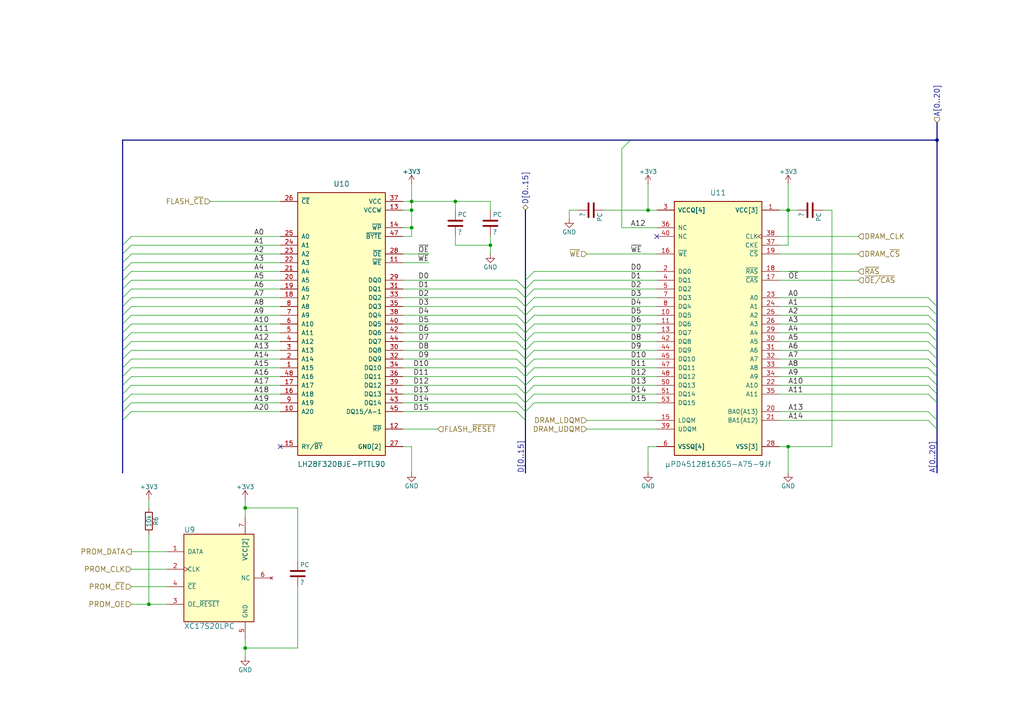
<source format=kicad_sch>
(kicad_sch (version 20231120) (generator "eeschema") (generator_version "8.0")
  (paper "A4")
  (title_block (title "Wide-Boy64 AGB") (date "2024-06-20") (rev "2") (company "CC-BY-SA-4.0 Michael Singer") (comment 1 "https://github.com/msinger/wideboy/") (comment 2 "http://iceboy.a-singer.de/"))
  (lib_symbols
    (symbol "Device:C" (pin_numbers hide) (pin_names (offset 0.254))
      (property "Reference" "C" (at 0.635 2.54 0))
      (property "Value" "C" (at 0.635 -2.54 0))
      (symbol "C_0_1"
        (polyline (pts (xy -2.032 -0.762) (xy 2.032 -0.762)) (stroke (width 0.508)))
        (polyline (pts (xy -2.032 0.762) (xy 2.032 0.762)) (stroke (width 0.508)))
      )
      (symbol "C_1_1"
        (pin passive line (at 0 3.81 270) (length 2.794) (name "~") (number "1"))
        (pin passive line (at 0 -3.81 90) (length 2.794) (name "~") (number "2"))
      )
    )
    (symbol "Device:R" (pin_numbers hide) (pin_names (offset 0))
      (property "Reference" "R" (at 2.032 0 90))
      (property "Value" "R" (at 0 0 90))
      (symbol "R_0_1"
        (rectangle (start -1.016 -2.54) (end 1.016 2.54) (stroke (width 0.254)))
      )
      (symbol "R_1_1"
        (pin passive line (at 0 3.81 270) (length 1.27) (name "~") (number "1"))
        (pin passive line (at 0 -3.81 90) (length 1.27) (name "~") (number "2"))
      )
    )
    (symbol "Memory_Flash_LH28F320BJE-PTTL90:LH28F320BJE-PTTL90_TSOP" (pin_names (offset 1.016))
      (property "Reference" "U" (at 0 40.64 0))
      (property "Value" "LH28F320BJE-PTTL90_TSOP" (at 0 -40.64 0))
      (symbol "LH28F320BJE-PTTL90_TSOP_1_1"
        (rectangle (start -12.7 38.1) (end 12.7 -38.1) (stroke (width 0.254)) (fill (type background)))
        (pin input line (at -17.78 -12.7 0) (length 5.08) (name "A15") (number "1"))
        (pin input line (at -17.78 -25.4 0) (length 5.08) (name "A20") (number "10"))
        (pin input line (at 17.78 17.78 180) (length 5.08) (name "~{WE}") (number "11"))
        (pin input line (at 17.78 -30.48 180) (length 5.08) (name "~{RP}") (number "12"))
        (pin power_in line (at 17.78 33.02 180) (length 5.08) (name "VCCW") (number "13"))
        (pin input line (at 17.78 27.94 180) (length 5.08) (name "~{WP}") (number "14"))
        (pin open_collector line (at -17.78 -35.56 0) (length 5.08) (name "RY/~{BY}") (number "15"))
        (pin input line (at -17.78 -20.32 0) (length 5.08) (name "A18") (number "16"))
        (pin input line (at -17.78 -17.78 0) (length 5.08) (name "A17") (number "17"))
        (pin input line (at -17.78 7.62 0) (length 5.08) (name "A7") (number "18"))
        (pin input line (at -17.78 10.16 0) (length 5.08) (name "A6") (number "19"))
        (pin input line (at -17.78 -10.16 0) (length 5.08) (name "A14") (number "2"))
        (pin input line (at -17.78 12.7 0) (length 5.08) (name "A5") (number "20"))
        (pin input line (at -17.78 15.24 0) (length 5.08) (name "A4") (number "21"))
        (pin input line (at -17.78 17.78 0) (length 5.08) (name "A3") (number "22"))
        (pin input line (at -17.78 20.32 0) (length 5.08) (name "A2") (number "23"))
        (pin input line (at -17.78 22.86 0) (length 5.08) (name "A1") (number "24"))
        (pin input line (at -17.78 25.4 0) (length 5.08) (name "A0") (number "25"))
        (pin input line (at -17.78 35.56 0) (length 5.08) (name "~{CE}") (number "26"))
        (pin power_in line (at 17.78 -35.56 180) (length 5.08) (name "GND[2]") (number "27"))
        (pin input line (at 17.78 20.32 180) (length 5.08) (name "~{OE}") (number "28"))
        (pin bidirectional line (at 17.78 12.7 180) (length 5.08) (name "DQ0") (number "29"))
        (pin input line (at -17.78 -7.62 0) (length 5.08) (name "A13") (number "3"))
        (pin bidirectional line (at 17.78 -7.62 180) (length 5.08) (name "DQ8") (number "30"))
        (pin bidirectional line (at 17.78 10.16 180) (length 5.08) (name "DQ1") (number "31"))
        (pin bidirectional line (at 17.78 -10.16 180) (length 5.08) (name "DQ9") (number "32"))
        (pin bidirectional line (at 17.78 7.62 180) (length 5.08) (name "DQ2") (number "33"))
        (pin bidirectional line (at 17.78 -12.7 180) (length 5.08) (name "DQ10") (number "34"))
        (pin bidirectional line (at 17.78 5.08 180) (length 5.08) (name "DQ3") (number "35"))
        (pin bidirectional line (at 17.78 -15.24 180) (length 5.08) (name "DQ11") (number "36"))
        (pin power_in line (at 17.78 35.56 180) (length 5.08) (name "VCC") (number "37"))
        (pin bidirectional line (at 17.78 2.54 180) (length 5.08) (name "DQ4") (number "38"))
        (pin bidirectional line (at 17.78 -17.78 180) (length 5.08) (name "DQ12") (number "39"))
        (pin input line (at -17.78 -5.08 0) (length 5.08) (name "A12") (number "4"))
        (pin bidirectional line (at 17.78 0 180) (length 5.08) (name "DQ5") (number "40"))
        (pin bidirectional line (at 17.78 -20.32 180) (length 5.08) (name "DQ13") (number "41"))
        (pin bidirectional line (at 17.78 -2.54 180) (length 5.08) (name "DQ6") (number "42"))
        (pin bidirectional line (at 17.78 -22.86 180) (length 5.08) (name "DQ14") (number "43"))
        (pin bidirectional line (at 17.78 -5.08 180) (length 5.08) (name "DQ7") (number "44"))
        (pin bidirectional line (at 17.78 -25.4 180) (length 5.08) (name "DQ15/A-1") (number "45"))
        (pin power_in line (at 17.78 -35.56 180) (length 5.08) (name "GND[2]") (number "46"))
        (pin input line (at 17.78 25.4 180) (length 5.08) (name "~{BYTE}") (number "47"))
        (pin input line (at -17.78 -15.24 0) (length 5.08) (name "A16") (number "48"))
        (pin input line (at -17.78 -2.54 0) (length 5.08) (name "A11") (number "5"))
        (pin input line (at -17.78 0 0) (length 5.08) (name "A10") (number "6"))
        (pin input line (at -17.78 2.54 0) (length 5.08) (name "A9") (number "7"))
        (pin input line (at -17.78 5.08 0) (length 5.08) (name "A8") (number "8"))
        (pin input line (at -17.78 -22.86 0) (length 5.08) (name "A19") (number "9"))
      )
    )
    (symbol "Memory_RAM_µPD45128163:µPD45128163_TSOP-II" (pin_names (offset 1.016))
      (property "Reference" "U" (at 0 38.1 0))
      (property "Value" "µPD45128163_TSOP-II" (at 0 -40.64 0))
      (symbol "µPD45128163_TSOP-II_1_1"
        (rectangle (start -12.7 35.56) (end 12.7 -38.1) (stroke (width 0.254)) (fill (type background)))
        (pin power_in line (at -17.78 33.02 0) (length 5.08) (name "VCC[3]") (number "1"))
        (pin bidirectional line (at 17.78 2.54 180) (length 5.08) (name "DQ5") (number "10"))
        (pin bidirectional line (at 17.78 0 180) (length 5.08) (name "DQ6") (number "11"))
        (pin power_in line (at 17.78 -35.56 180) (length 5.08) (name "VSSQ[4]") (number "12"))
        (pin bidirectional line (at 17.78 -2.54 180) (length 5.08) (name "DQ7") (number "13"))
        (pin power_in line (at -17.78 33.02 0) (length 5.08) (name "VCC[3]") (number "14"))
        (pin input line (at 17.78 -27.94 180) (length 5.08) (name "LDQM") (number "15"))
        (pin input line (at 17.78 20.32 180) (length 5.08) (name "~{WE}") (number "16"))
        (pin input line (at -17.78 12.7 0) (length 5.08) (name "~{CAS}") (number "17"))
        (pin input line (at -17.78 15.24 0) (length 5.08) (name "~{RAS}") (number "18"))
        (pin input line (at -17.78 20.32 0) (length 5.08) (name "~{CS}") (number "19"))
        (pin bidirectional line (at 17.78 15.24 180) (length 5.08) (name "DQ0") (number "2"))
        (pin input line (at -17.78 -25.4 0) (length 5.08) (name "BA0(A13)") (number "20"))
        (pin input line (at -17.78 -27.94 0) (length 5.08) (name "BA1(A12)") (number "21"))
        (pin input line (at -17.78 -17.78 0) (length 5.08) (name "A10") (number "22"))
        (pin input line (at -17.78 7.62 0) (length 5.08) (name "A0") (number "23"))
        (pin input line (at -17.78 5.08 0) (length 5.08) (name "A1") (number "24"))
        (pin input line (at -17.78 2.54 0) (length 5.08) (name "A2") (number "25"))
        (pin input line (at -17.78 0 0) (length 5.08) (name "A3") (number "26"))
        (pin power_in line (at -17.78 33.02 0) (length 5.08) (name "VCC[3]") (number "27"))
        (pin power_in line (at -17.78 -35.56 0) (length 5.08) (name "VSS[3]") (number "28"))
        (pin input line (at -17.78 -2.54 0) (length 5.08) (name "A4") (number "29"))
        (pin power_in line (at 17.78 33.02 180) (length 5.08) (name "VCCQ[4]") (number "3"))
        (pin input line (at -17.78 -5.08 0) (length 5.08) (name "A5") (number "30"))
        (pin input line (at -17.78 -7.62 0) (length 5.08) (name "A6") (number "31"))
        (pin input line (at -17.78 -10.16 0) (length 5.08) (name "A7") (number "32"))
        (pin input line (at -17.78 -12.7 0) (length 5.08) (name "A8") (number "33"))
        (pin input line (at -17.78 -15.24 0) (length 5.08) (name "A9") (number "34"))
        (pin input line (at -17.78 -20.32 0) (length 5.08) (name "A11") (number "35"))
        (pin passive line (at 17.78 27.94 180) (length 5.08) (name "NC") (number "36"))
        (pin input line (at -17.78 22.86 0) (length 5.08) (name "CKE") (number "37"))
        (pin input clock (at -17.78 25.4 0) (length 5.08) (name "CLK") (number "38"))
        (pin input line (at 17.78 -30.48 180) (length 5.08) (name "UDQM") (number "39"))
        (pin bidirectional line (at 17.78 12.7 180) (length 5.08) (name "DQ1") (number "4"))
        (pin passive line (at 17.78 25.4 180) (length 5.08) (name "NC") (number "40"))
        (pin power_in line (at -17.78 -35.56 0) (length 5.08) (name "VSS[3]") (number "41"))
        (pin bidirectional line (at 17.78 -5.08 180) (length 5.08) (name "DQ8") (number "42"))
        (pin power_in line (at 17.78 33.02 180) (length 5.08) (name "VCCQ[4]") (number "43"))
        (pin bidirectional line (at 17.78 -7.62 180) (length 5.08) (name "DQ9") (number "44"))
        (pin bidirectional line (at 17.78 -10.16 180) (length 5.08) (name "DQ10") (number "45"))
        (pin power_in line (at 17.78 -35.56 180) (length 5.08) (name "VSSQ[4]") (number "46"))
        (pin bidirectional line (at 17.78 -12.7 180) (length 5.08) (name "DQ11") (number "47"))
        (pin bidirectional line (at 17.78 -15.24 180) (length 5.08) (name "DQ12") (number "48"))
        (pin power_in line (at 17.78 33.02 180) (length 5.08) (name "VCCQ[4]") (number "49"))
        (pin bidirectional line (at 17.78 10.16 180) (length 5.08) (name "DQ2") (number "5"))
        (pin bidirectional line (at 17.78 -17.78 180) (length 5.08) (name "DQ13") (number "50"))
        (pin bidirectional line (at 17.78 -20.32 180) (length 5.08) (name "DQ14") (number "51"))
        (pin power_in line (at 17.78 -35.56 180) (length 5.08) (name "VSSQ[4]") (number "52"))
        (pin bidirectional line (at 17.78 -22.86 180) (length 5.08) (name "DQ15") (number "53"))
        (pin power_in line (at -17.78 -35.56 0) (length 5.08) (name "VSS[3]") (number "54"))
        (pin power_in line (at 17.78 -35.56 180) (length 5.08) (name "VSSQ[4]") (number "6"))
        (pin bidirectional line (at 17.78 7.62 180) (length 5.08) (name "DQ3") (number "7"))
        (pin bidirectional line (at 17.78 5.08 180) (length 5.08) (name "DQ4") (number "8"))
        (pin power_in line (at 17.78 33.02 180) (length 5.08) (name "VCCQ[4]") (number "9"))
      )
    )
    (symbol "Memory_ROM_XC17S00:XC17S00_DIP" (pin_names (offset 1.016))
      (property "Reference" "U" (at -10.16 13.97 0))
      (property "Value" "XC17S00_DIP" (at -10.16 -13.97 0))
      (symbol "XC17S00_DIP_1_1"
        (rectangle (start -10.16 12.7) (end 10.16 -12.7) (stroke (width 0.254)) (fill (type background)))
        (pin bidirectional line (at -15.24 7.62 0) (length 5.08) (name "DATA") (number "1"))
        (pin input clock (at -15.24 2.54 0) (length 5.08) (name "CLK") (number "2"))
        (pin input line (at -15.24 -7.62 0) (length 5.08) (name "OE_~{RESET}") (number "3"))
        (pin input line (at -15.24 -2.54 0) (length 5.08) (name "~{CE}") (number "4"))
        (pin power_in line (at 7.62 -17.78 90) (length 5.08) (name "GND") (number "5"))
        (pin no_connect line (at 15.24 0 180) (length 5.08) (name "NC") (number "6"))
        (pin power_in line (at 7.62 17.78 270) (length 5.08) (name "VCC[2]") (number "7"))
        (pin power_in line (at 7.62 17.78 270) (length 5.08) (name "VCC[2]") (number "8"))
      )
    )
    (symbol "power:+3V3" (power) (pin_numbers hide) (pin_names (offset 0) hide)
      (property "Value" "+3V3" (at 0 3.556 0))
      (symbol "+3V3_0_1"
        (polyline (pts (xy -0.762 1.27) (xy 0 2.54)))
        (polyline (pts (xy 0 0) (xy 0 2.54)))
        (polyline (pts (xy 0 2.54) (xy 0.762 1.27)))
      )
      (symbol "+3V3_1_1"
        (pin power_in line (at 0 0 90) (length 0) (name "~") (number "1"))
      )
    )
    (symbol "power:GND" (power) (pin_numbers hide) (pin_names (offset 0) hide)
      (property "Value" "GND" (at 0 -3.81 0))
      (symbol "GND_0_1"
        (polyline (pts (xy 0 0) (xy 0 -1.27) (xy 1.27 -1.27) (xy 0 -2.54) (xy -1.27 -1.27) (xy 0 -1.27)))
      )
      (symbol "GND_1_1"
        (pin power_in line (at 0 0 270) (length 0) (name "~") (number "1"))
      )
    )
  )
  (junction (at 271.78 40.64))
  (junction (at 43.18 175.26))
  (junction (at 119.38 60.96))
  (junction (at 187.96 60.96))
  (junction (at 228.6 129.54))
  (junction (at 132.08 58.42))
  (junction (at 119.38 58.42))
  (junction (at 71.12 147.32))
  (junction (at 119.38 66.04))
  (junction (at 228.6 60.96))
  (junction (at 142.24 71.12))
  (junction (at 71.12 187.96))
  (no_connect (at 81.28 129.54))
  (no_connect (at 190.5 68.58))
  (bus_entry (at 149.86 109.22) (size 2.54 2.54))
  (bus_entry (at 35.56 88.9) (size 2.54 -2.54))
  (bus_entry (at 35.56 111.76) (size 2.54 -2.54))
  (bus_entry (at 149.86 88.9) (size 2.54 2.54))
  (bus_entry (at 149.86 81.28) (size 2.54 2.54))
  (bus_entry (at 149.86 99.06) (size 2.54 2.54))
  (bus_entry (at 269.24 96.52) (size 2.54 2.54))
  (bus_entry (at 269.24 88.9) (size 2.54 2.54))
  (bus_entry (at 149.86 119.38) (size 2.54 2.54))
  (bus_entry (at 269.24 119.38) (size 2.54 2.54))
  (bus_entry (at 152.4 86.36) (size 2.54 -2.54))
  (bus_entry (at 35.56 83.82) (size 2.54 -2.54))
  (bus_entry (at 35.56 78.74) (size 2.54 -2.54))
  (bus_entry (at 149.86 101.6) (size 2.54 2.54))
  (bus_entry (at 269.24 99.06) (size 2.54 2.54))
  (bus_entry (at 152.4 96.52) (size 2.54 -2.54))
  (bus_entry (at 35.56 93.98) (size 2.54 -2.54))
  (bus_entry (at 149.86 116.84) (size 2.54 2.54))
  (bus_entry (at 269.24 101.6) (size 2.54 2.54))
  (bus_entry (at 35.56 99.06) (size 2.54 -2.54))
  (bus_entry (at 35.56 76.2) (size 2.54 -2.54))
  (bus_entry (at 35.56 106.68) (size 2.54 -2.54))
  (bus_entry (at 152.4 88.9) (size 2.54 -2.54))
  (bus_entry (at 152.4 116.84) (size 2.54 -2.54))
  (bus_entry (at 152.4 93.98) (size 2.54 -2.54))
  (bus_entry (at 35.56 104.14) (size 2.54 -2.54))
  (bus_entry (at 35.56 121.92) (size 2.54 -2.54))
  (bus_entry (at 180.34 43.18) (size 2.54 -2.54))
  (bus_entry (at 149.86 86.36) (size 2.54 2.54))
  (bus_entry (at 269.24 104.14) (size 2.54 2.54))
  (bus_entry (at 152.4 101.6) (size 2.54 -2.54))
  (bus_entry (at 35.56 86.36) (size 2.54 -2.54))
  (bus_entry (at 152.4 81.28) (size 2.54 -2.54))
  (bus_entry (at 152.4 104.14) (size 2.54 -2.54))
  (bus_entry (at 35.56 81.28) (size 2.54 -2.54))
  (bus_entry (at 149.86 104.14) (size 2.54 2.54))
  (bus_entry (at 269.24 93.98) (size 2.54 2.54))
  (bus_entry (at 269.24 111.76) (size 2.54 2.54))
  (bus_entry (at 269.24 106.68) (size 2.54 2.54))
  (bus_entry (at 35.56 96.52) (size 2.54 -2.54))
  (bus_entry (at 152.4 114.3) (size 2.54 -2.54))
  (bus_entry (at 35.56 109.22) (size 2.54 -2.54))
  (bus_entry (at 152.4 91.44) (size 2.54 -2.54))
  (bus_entry (at 269.24 121.92) (size 2.54 2.54))
  (bus_entry (at 35.56 101.6) (size 2.54 -2.54))
  (bus_entry (at 152.4 106.68) (size 2.54 -2.54))
  (bus_entry (at 149.86 96.52) (size 2.54 2.54))
  (bus_entry (at 149.86 106.68) (size 2.54 2.54))
  (bus_entry (at 149.86 111.76) (size 2.54 2.54))
  (bus_entry (at 269.24 114.3) (size 2.54 2.54))
  (bus_entry (at 269.24 86.36) (size 2.54 2.54))
  (bus_entry (at 35.56 73.66) (size 2.54 -2.54))
  (bus_entry (at 149.86 83.82) (size 2.54 2.54))
  (bus_entry (at 35.56 119.38) (size 2.54 -2.54))
  (bus_entry (at 152.4 83.82) (size 2.54 -2.54))
  (bus_entry (at 35.56 114.3) (size 2.54 -2.54))
  (bus_entry (at 152.4 119.38) (size 2.54 -2.54))
  (bus_entry (at 35.56 116.84) (size 2.54 -2.54))
  (bus_entry (at 269.24 91.44) (size 2.54 2.54))
  (bus_entry (at 152.4 111.76) (size 2.54 -2.54))
  (bus_entry (at 149.86 114.3) (size 2.54 2.54))
  (bus_entry (at 35.56 71.12) (size 2.54 -2.54))
  (bus_entry (at 35.56 91.44) (size 2.54 -2.54))
  (bus_entry (at 269.24 109.22) (size 2.54 2.54))
  (bus_entry (at 149.86 91.44) (size 2.54 2.54))
  (bus_entry (at 149.86 93.98) (size 2.54 2.54))
  (bus_entry (at 152.4 109.22) (size 2.54 -2.54))
  (bus_entry (at 152.4 99.06) (size 2.54 -2.54))
  (bus (pts (xy 35.56 73.66) (xy 35.56 76.2)))
  (wire (pts (xy 43.18 147.32) (xy 43.18 144.78)))
  (bus (pts (xy 35.56 88.9) (xy 35.56 91.44)))
  (wire (pts (xy 149.86 81.28) (xy 116.84 81.28)))
  (wire (pts (xy 38.1 96.52) (xy 81.28 96.52)))
  (wire (pts (xy 269.24 104.14) (xy 226.06 104.14)))
  (wire (pts (xy 38.1 88.9) (xy 81.28 88.9)))
  (bus (pts (xy 35.56 104.14) (xy 35.56 106.68)))
  (wire (pts (xy 38.1 81.28) (xy 81.28 81.28)))
  (bus (pts (xy 35.56 116.84) (xy 35.56 119.38)))
  (wire (pts (xy 116.84 60.96) (xy 119.38 60.96)))
  (wire (pts (xy 187.96 129.54) (xy 190.5 129.54)))
  (wire (pts (xy 119.38 68.58) (xy 119.38 66.04)))
  (bus (pts (xy 35.56 78.74) (xy 35.56 81.28)))
  (wire (pts (xy 119.38 58.42) (xy 119.38 53.34)))
  (wire (pts (xy 38.1 160.02) (xy 48.26 160.02)))
  (wire (pts (xy 149.86 109.22) (xy 116.84 109.22)))
  (wire (pts (xy 149.86 88.9) (xy 116.84 88.9)))
  (wire (pts (xy 38.1 101.6) (xy 81.28 101.6)))
  (wire (pts (xy 124.46 73.66) (xy 116.84 73.66)))
  (wire (pts (xy 149.86 86.36) (xy 116.84 86.36)))
  (wire (pts (xy 132.08 71.12) (xy 132.08 68.58)))
  (bus (pts (xy 152.4 83.82) (xy 152.4 86.36)))
  (wire (pts (xy 226.06 129.54) (xy 228.6 129.54)))
  (wire (pts (xy 248.92 68.58) (xy 226.06 68.58)))
  (bus (pts (xy 152.4 121.92) (xy 152.4 137.16)))
  (wire (pts (xy 132.08 58.42) (xy 142.24 58.42)))
  (wire (pts (xy 116.84 68.58) (xy 119.38 68.58)))
  (wire (pts (xy 38.1 73.66) (xy 81.28 73.66)))
  (bus (pts (xy 35.56 86.36) (xy 35.56 88.9)))
  (wire (pts (xy 226.06 119.38) (xy 269.24 119.38)))
  (wire (pts (xy 269.24 93.98) (xy 226.06 93.98)))
  (bus (pts (xy 35.56 111.76) (xy 35.56 114.3)))
  (wire (pts (xy 149.86 93.98) (xy 116.84 93.98)))
  (wire (pts (xy 154.94 78.74) (xy 190.5 78.74)))
  (wire (pts (xy 38.1 93.98) (xy 81.28 93.98)))
  (wire (pts (xy 38.1 170.18) (xy 48.26 170.18)))
  (wire (pts (xy 226.06 101.6) (xy 269.24 101.6)))
  (wire (pts (xy 241.3 60.96) (xy 241.3 129.54)))
  (wire (pts (xy 269.24 109.22) (xy 226.06 109.22)))
  (wire (pts (xy 226.06 81.28) (xy 248.92 81.28)))
  (wire (pts (xy 38.1 71.12) (xy 81.28 71.12)))
  (bus (pts (xy 152.4 104.14) (xy 152.4 106.68)))
  (bus (pts (xy 35.56 121.92) (xy 35.56 137.16)))
  (wire (pts (xy 149.86 119.38) (xy 116.84 119.38)))
  (wire (pts (xy 226.06 96.52) (xy 269.24 96.52)))
  (bus (pts (xy 35.56 99.06) (xy 35.56 101.6)))
  (bus (pts (xy 152.4 111.76) (xy 152.4 114.3)))
  (wire (pts (xy 228.6 53.34) (xy 228.6 60.96)))
  (bus (pts (xy 271.78 99.06) (xy 271.78 101.6)))
  (bus (pts (xy 152.4 60.96) (xy 152.4 81.28)))
  (wire (pts (xy 60.96 58.42) (xy 81.28 58.42)))
  (wire (pts (xy 142.24 71.12) (xy 132.08 71.12)))
  (wire (pts (xy 116.84 124.46) (xy 127 124.46)))
  (wire (pts (xy 180.34 43.18) (xy 180.34 66.04)))
  (wire (pts (xy 228.6 60.96) (xy 231.14 60.96)))
  (bus (pts (xy 271.78 121.92) (xy 271.78 124.46)))
  (wire (pts (xy 154.94 91.44) (xy 190.5 91.44)))
  (wire (pts (xy 38.1 106.68) (xy 81.28 106.68)))
  (wire (pts (xy 86.36 187.96) (xy 71.12 187.96)))
  (bus (pts (xy 152.4 119.38) (xy 152.4 121.92)))
  (wire (pts (xy 238.76 60.96) (xy 241.3 60.96)))
  (bus (pts (xy 271.78 106.68) (xy 271.78 109.22)))
  (bus (pts (xy 152.4 99.06) (xy 152.4 101.6)))
  (wire (pts (xy 149.86 106.68) (xy 116.84 106.68)))
  (wire (pts (xy 38.1 114.3) (xy 81.28 114.3)))
  (wire (pts (xy 149.86 99.06) (xy 116.84 99.06)))
  (bus (pts (xy 271.78 96.52) (xy 271.78 99.06)))
  (wire (pts (xy 149.86 114.3) (xy 116.84 114.3)))
  (bus (pts (xy 271.78 93.98) (xy 271.78 96.52)))
  (wire (pts (xy 149.86 104.14) (xy 116.84 104.14)))
  (bus (pts (xy 35.56 96.52) (xy 35.56 99.06)))
  (wire (pts (xy 165.1 63.5) (xy 165.1 60.96)))
  (wire (pts (xy 154.94 104.14) (xy 190.5 104.14)))
  (wire (pts (xy 149.86 91.44) (xy 116.84 91.44)))
  (wire (pts (xy 269.24 121.92) (xy 226.06 121.92)))
  (bus (pts (xy 152.4 91.44) (xy 152.4 93.98)))
  (bus (pts (xy 152.4 96.52) (xy 152.4 99.06)))
  (bus (pts (xy 271.78 109.22) (xy 271.78 111.76)))
  (bus (pts (xy 152.4 88.9) (xy 152.4 91.44)))
  (wire (pts (xy 226.06 60.96) (xy 228.6 60.96)))
  (wire (pts (xy 71.12 147.32) (xy 71.12 144.78)))
  (wire (pts (xy 154.94 88.9) (xy 190.5 88.9)))
  (bus (pts (xy 152.4 93.98) (xy 152.4 96.52)))
  (wire (pts (xy 38.1 104.14) (xy 81.28 104.14)))
  (wire (pts (xy 86.36 147.32) (xy 71.12 147.32)))
  (bus (pts (xy 35.56 106.68) (xy 35.56 109.22)))
  (wire (pts (xy 154.94 99.06) (xy 190.5 99.06)))
  (wire (pts (xy 43.18 175.26) (xy 38.1 175.26)))
  (bus (pts (xy 152.4 116.84) (xy 152.4 119.38)))
  (bus (pts (xy 271.78 88.9) (xy 271.78 91.44)))
  (wire (pts (xy 38.1 86.36) (xy 81.28 86.36)))
  (wire (pts (xy 38.1 119.38) (xy 81.28 119.38)))
  (bus (pts (xy 35.56 71.12) (xy 35.56 73.66)))
  (bus (pts (xy 35.56 101.6) (xy 35.56 104.14)))
  (wire (pts (xy 190.5 124.46) (xy 170.18 124.46)))
  (bus (pts (xy 35.56 81.28) (xy 35.56 83.82)))
  (wire (pts (xy 38.1 99.06) (xy 81.28 99.06)))
  (wire (pts (xy 187.96 60.96) (xy 190.5 60.96)))
  (wire (pts (xy 71.12 187.96) (xy 71.12 190.5)))
  (bus (pts (xy 35.56 109.22) (xy 35.56 111.76)))
  (bus (pts (xy 152.4 81.28) (xy 152.4 83.82)))
  (wire (pts (xy 116.84 58.42) (xy 119.38 58.42)))
  (wire (pts (xy 71.12 185.42) (xy 71.12 187.96)))
  (bus (pts (xy 271.78 111.76) (xy 271.78 114.3)))
  (wire (pts (xy 187.96 137.16) (xy 187.96 129.54)))
  (wire (pts (xy 38.1 78.74) (xy 81.28 78.74)))
  (bus (pts (xy 35.56 91.44) (xy 35.56 93.98)))
  (wire (pts (xy 149.86 101.6) (xy 116.84 101.6)))
  (wire (pts (xy 269.24 99.06) (xy 226.06 99.06)))
  (bus (pts (xy 152.4 101.6) (xy 152.4 104.14)))
  (bus (pts (xy 35.56 83.82) (xy 35.56 86.36)))
  (bus (pts (xy 271.78 35.56) (xy 271.78 40.64)))
  (bus (pts (xy 35.56 114.3) (xy 35.56 116.84)))
  (wire (pts (xy 269.24 114.3) (xy 226.06 114.3)))
  (wire (pts (xy 132.08 60.96) (xy 132.08 58.42)))
  (wire (pts (xy 142.24 71.12) (xy 142.24 68.58)))
  (wire (pts (xy 142.24 58.42) (xy 142.24 60.96)))
  (bus (pts (xy 271.78 104.14) (xy 271.78 106.68)))
  (bus (pts (xy 182.88 40.64) (xy 271.78 40.64)))
  (wire (pts (xy 71.12 149.86) (xy 71.12 147.32)))
  (wire (pts (xy 149.86 83.82) (xy 116.84 83.82)))
  (wire (pts (xy 154.94 83.82) (xy 190.5 83.82)))
  (wire (pts (xy 165.1 60.96) (xy 167.64 60.96)))
  (wire (pts (xy 38.1 76.2) (xy 81.28 76.2)))
  (wire (pts (xy 154.94 116.84) (xy 190.5 116.84)))
  (wire (pts (xy 38.1 83.82) (xy 81.28 83.82)))
  (wire (pts (xy 119.38 60.96) (xy 119.38 58.42)))
  (bus (pts (xy 152.4 86.36) (xy 152.4 88.9)))
  (wire (pts (xy 43.18 175.26) (xy 43.18 154.94)))
  (wire (pts (xy 226.06 86.36) (xy 269.24 86.36)))
  (wire (pts (xy 226.06 106.68) (xy 269.24 106.68)))
  (wire (pts (xy 86.36 170.18) (xy 86.36 187.96)))
  (wire (pts (xy 154.94 101.6) (xy 190.5 101.6)))
  (wire (pts (xy 228.6 71.12) (xy 226.06 71.12)))
  (wire (pts (xy 228.6 129.54) (xy 241.3 129.54)))
  (wire (pts (xy 38.1 68.58) (xy 81.28 68.58)))
  (wire (pts (xy 154.94 111.76) (xy 190.5 111.76)))
  (wire (pts (xy 226.06 111.76) (xy 269.24 111.76)))
  (wire (pts (xy 248.92 78.74) (xy 226.06 78.74)))
  (bus (pts (xy 271.78 116.84) (xy 271.78 121.92)))
  (wire (pts (xy 48.26 165.1) (xy 38.1 165.1)))
  (bus (pts (xy 35.56 40.64) (xy 35.56 71.12)))
  (wire (pts (xy 48.26 175.26) (xy 43.18 175.26)))
  (wire (pts (xy 154.94 109.22) (xy 190.5 109.22)))
  (wire (pts (xy 269.24 88.9) (xy 226.06 88.9)))
  (bus (pts (xy 35.56 93.98) (xy 35.56 96.52)))
  (bus (pts (xy 271.78 40.64) (xy 271.78 88.9)))
  (wire (pts (xy 228.6 129.54) (xy 228.6 137.16)))
  (wire (pts (xy 149.86 116.84) (xy 116.84 116.84)))
  (bus (pts (xy 152.4 114.3) (xy 152.4 116.84)))
  (wire (pts (xy 119.38 129.54) (xy 119.38 137.16)))
  (wire (pts (xy 187.96 53.34) (xy 187.96 60.96)))
  (wire (pts (xy 154.94 93.98) (xy 190.5 93.98)))
  (wire (pts (xy 38.1 109.22) (xy 81.28 109.22)))
  (bus (pts (xy 271.78 124.46) (xy 271.78 137.16)))
  (wire (pts (xy 180.34 66.04) (xy 190.5 66.04)))
  (wire (pts (xy 38.1 91.44) (xy 81.28 91.44)))
  (bus (pts (xy 152.4 109.22) (xy 152.4 111.76)))
  (wire (pts (xy 38.1 116.84) (xy 81.28 116.84)))
  (wire (pts (xy 154.94 86.36) (xy 190.5 86.36)))
  (wire (pts (xy 154.94 114.3) (xy 190.5 114.3)))
  (bus (pts (xy 35.56 76.2) (xy 35.56 78.74)))
  (wire (pts (xy 248.92 73.66) (xy 226.06 73.66)))
  (wire (pts (xy 119.38 58.42) (xy 132.08 58.42)))
  (wire (pts (xy 124.46 76.2) (xy 116.84 76.2)))
  (wire (pts (xy 154.94 106.68) (xy 190.5 106.68)))
  (bus (pts (xy 35.56 40.64) (xy 182.88 40.64)))
  (wire (pts (xy 175.26 60.96) (xy 187.96 60.96)))
  (wire (pts (xy 116.84 129.54) (xy 119.38 129.54)))
  (bus (pts (xy 35.56 119.38) (xy 35.56 121.92)))
  (wire (pts (xy 119.38 66.04) (xy 119.38 60.96)))
  (bus (pts (xy 271.78 91.44) (xy 271.78 93.98)))
  (wire (pts (xy 226.06 91.44) (xy 269.24 91.44)))
  (wire (pts (xy 154.94 96.52) (xy 190.5 96.52)))
  (wire (pts (xy 170.18 121.92) (xy 190.5 121.92)))
  (wire (pts (xy 38.1 111.76) (xy 81.28 111.76)))
  (wire (pts (xy 190.5 73.66) (xy 170.18 73.66)))
  (wire (pts (xy 116.84 66.04) (xy 119.38 66.04)))
  (bus (pts (xy 271.78 101.6) (xy 271.78 104.14)))
  (bus (pts (xy 271.78 114.3) (xy 271.78 116.84)))
  (bus (pts (xy 152.4 106.68) (xy 152.4 109.22)))
  (wire (pts (xy 149.86 111.76) (xy 116.84 111.76)))
  (wire (pts (xy 142.24 73.66) (xy 142.24 71.12)))
  (wire (pts (xy 149.86 96.52) (xy 116.84 96.52)))
  (wire (pts (xy 154.94 81.28) (xy 190.5 81.28)))
  (wire (pts (xy 228.6 60.96) (xy 228.6 71.12)))
  (wire (pts (xy 86.36 162.56) (xy 86.36 147.32)))
  (label "~{OE}" (at 228.6 81.28 0) (effects (font (size 1.524 1.524))))
  (label "A5" (at 73.66 81.28 0) (effects (font (size 1.524 1.524))))
  (label "A16" (at 73.66 109.22 0) (effects (font (size 1.524 1.524))))
  (label "D1" (at 124.46 83.82 180) (effects (font (size 1.524 1.524))))
  (label "D11" (at 182.88 106.68 0) (effects (font (size 1.524 1.524))))
  (label "D3" (at 182.88 86.36 0) (effects (font (size 1.524 1.524))))
  (label "A2" (at 73.66 73.66 0) (effects (font (size 1.524 1.524))))
  (label "D[0..15]" (at 152.4 137.16 90) (effects (font (size 1.524 1.524))))
  (label "D15" (at 182.88 116.84 0) (effects (font (size 1.524 1.524))))
  (label "D13" (at 182.88 111.76 0) (effects (font (size 1.524 1.524))))
  (label "D15" (at 124.46 119.38 180) (effects (font (size 1.524 1.524))))
  (label "A4" (at 228.6 96.52 0) (effects (font (size 1.524 1.524))))
  (label "A6" (at 228.6 101.6 0) (effects (font (size 1.524 1.524))))
  (label "D9" (at 124.46 104.14 180) (effects (font (size 1.524 1.524))))
  (label "A12" (at 73.66 99.06 0) (effects (font (size 1.524 1.524))))
  (label "A9" (at 73.66 91.44 0) (effects (font (size 1.524 1.524))))
  (label "A3" (at 73.66 76.2 0) (effects (font (size 1.524 1.524))))
  (label "D1" (at 182.88 81.28 0) (effects (font (size 1.524 1.524))))
  (label "A4" (at 73.66 78.74 0) (effects (font (size 1.524 1.524))))
  (label "A8" (at 228.6 106.68 0) (effects (font (size 1.524 1.524))))
  (label "D13" (at 124.46 114.3 180) (effects (font (size 1.524 1.524))))
  (label "A2" (at 228.6 91.44 0) (effects (font (size 1.524 1.524))))
  (label "A17" (at 73.66 111.76 0) (effects (font (size 1.524 1.524))))
  (label "D0" (at 182.88 78.74 0) (effects (font (size 1.524 1.524))))
  (label "D4" (at 182.88 88.9 0) (effects (font (size 1.524 1.524))))
  (label "A9" (at 228.6 109.22 0) (effects (font (size 1.524 1.524))))
  (label "D12" (at 182.88 109.22 0) (effects (font (size 1.524 1.524))))
  (label "D3" (at 124.46 88.9 180) (effects (font (size 1.524 1.524))))
  (label "A10" (at 228.6 111.76 0) (effects (font (size 1.524 1.524))))
  (label "A6" (at 73.66 83.82 0) (effects (font (size 1.524 1.524))))
  (label "D5" (at 124.46 93.98 180) (effects (font (size 1.524 1.524))))
  (label "D9" (at 182.88 101.6 0) (effects (font (size 1.524 1.524))))
  (label "A15" (at 73.66 106.68 0) (effects (font (size 1.524 1.524))))
  (label "A8" (at 73.66 88.9 0) (effects (font (size 1.524 1.524))))
  (label "D4" (at 124.46 91.44 180) (effects (font (size 1.524 1.524))))
  (label "A1" (at 73.66 71.12 0) (effects (font (size 1.524 1.524))))
  (label "A20" (at 73.66 119.38 0) (effects (font (size 1.524 1.524))))
  (label "A0" (at 228.6 86.36 0) (effects (font (size 1.524 1.524))))
  (label "D7" (at 124.46 99.06 180) (effects (font (size 1.524 1.524))))
  (label "A19" (at 73.66 116.84 0) (effects (font (size 1.524 1.524))))
  (label "D10" (at 124.46 106.68 180) (effects (font (size 1.524 1.524))))
  (label "A3" (at 228.6 93.98 0) (effects (font (size 1.524 1.524))))
  (label "A1" (at 228.6 88.9 0) (effects (font (size 1.524 1.524))))
  (label "A5" (at 228.6 99.06 0) (effects (font (size 1.524 1.524))))
  (label "A[0..20]" (at 271.78 137.16 90) (effects (font (size 1.524 1.524))))
  (label "A13" (at 228.6 119.38 0) (effects (font (size 1.524 1.524))))
  (label "D14" (at 124.46 116.84 180) (effects (font (size 1.524 1.524))))
  (label "D2" (at 124.46 86.36 180) (effects (font (size 1.524 1.524))))
  (label "A7" (at 228.6 104.14 0) (effects (font (size 1.524 1.524))))
  (label "A7" (at 73.66 86.36 0) (effects (font (size 1.524 1.524))))
  (label "A14" (at 73.66 104.14 0) (effects (font (size 1.524 1.524))))
  (label "D7" (at 182.88 96.52 0) (effects (font (size 1.524 1.524))))
  (label "A11" (at 228.6 114.3 0) (effects (font (size 1.524 1.524))))
  (label "D14" (at 182.88 114.3 0) (effects (font (size 1.524 1.524))))
  (label "A10" (at 73.66 93.98 0) (effects (font (size 1.524 1.524))))
  (label "A0" (at 73.66 68.58 0) (effects (font (size 1.524 1.524))))
  (label "D11" (at 124.46 109.22 180) (effects (font (size 1.524 1.524))))
  (label "D6" (at 182.88 93.98 0) (effects (font (size 1.524 1.524))))
  (label "D8" (at 124.46 101.6 180) (effects (font (size 1.524 1.524))))
  (label "A13" (at 73.66 101.6 0) (effects (font (size 1.524 1.524))))
  (label "~{WE}" (at 124.46 76.2 180) (effects (font (size 1.524 1.524))))
  (label "~{OE}" (at 124.46 73.66 180) (effects (font (size 1.524 1.524))))
  (label "D12" (at 124.46 111.76 180) (effects (font (size 1.524 1.524))))
  (label "D8" (at 182.88 99.06 0) (effects (font (size 1.524 1.524))))
  (label "A11" (at 73.66 96.52 0) (effects (font (size 1.524 1.524))))
  (label "A14" (at 228.6 121.92 0) (effects (font (size 1.524 1.524))))
  (label "D10" (at 182.88 104.14 0) (effects (font (size 1.524 1.524))))
  (label "A18" (at 73.66 114.3 0) (effects (font (size 1.524 1.524))))
  (label "D0" (at 124.46 81.28 180) (effects (font (size 1.524 1.524))))
  (label "A12" (at 182.88 66.04 0) (effects (font (size 1.524 1.524))))
  (label "D6" (at 124.46 96.52 180) (effects (font (size 1.524 1.524))))
  (label "D2" (at 182.88 83.82 0) (effects (font (size 1.524 1.524))))
  (label "D5" (at 182.88 91.44 0) (effects (font (size 1.524 1.524))))
  (label "~{WE}" (at 182.88 73.66 0) (effects (font (size 1.524 1.524))))
  (hierarchical_label "PROM_DATA" (shape output) (at 38.1 160.02 180) (effects (font (size 1.524 1.524))))
  (hierarchical_label "DRAM_~{CS}" (shape input) (at 248.92 73.66 0) (effects (font (size 1.524 1.524))))
  (hierarchical_label "DRAM_UDQM" (shape input) (at 170.18 124.46 180) (effects (font (size 1.524 1.524))))
  (hierarchical_label "~{RAS}" (shape input) (at 248.92 78.74 0) (effects (font (size 1.524 1.524))))
  (hierarchical_label "~{WE}" (shape input) (at 170.18 73.66 180) (effects (font (size 1.524 1.524))))
  (hierarchical_label "~{OE/CAS}" (shape input) (at 248.92 81.28 0) (effects (font (size 1.524 1.524))))
  (hierarchical_label "FLASH_~{RESET}" (shape input) (at 127 124.46 0) (effects (font (size 1.524 1.524))))
  (hierarchical_label "PROM_~{CE}" (shape input) (at 38.1 170.18 180) (effects (font (size 1.524 1.524))))
  (hierarchical_label "A[0..20]" (shape input) (at 271.78 35.56 90) (effects (font (size 1.524 1.524))))
  (hierarchical_label "PROM_CLK" (shape input) (at 38.1 165.1 180) (effects (font (size 1.524 1.524))))
  (hierarchical_label "DRAM_LDQM" (shape input) (at 170.18 121.92 180) (effects (font (size 1.524 1.524))))
  (hierarchical_label "D[0..15]" (shape bidirectional) (at 152.4 60.96 90) (effects (font (size 1.524 1.524))))
  (hierarchical_label "PROM_OE" (shape input) (at 38.1 175.26 180) (effects (font (size 1.524 1.524))))
  (hierarchical_label "FLASH_~{CE}" (shape input) (at 60.96 58.42 180) (effects (font (size 1.524 1.524))))
  (hierarchical_label "DRAM_CLK" (shape input) (at 248.92 68.58 0) (effects (font (size 1.524 1.524))))
  (symbol (lib_id "Memory_RAM_µPD45128163:µPD45128163_TSOP-II") (at 208.28 93.98 0) (mirror y) (unit 1)
    (property "Reference" "U11" (at 208.28 55.88 0) (effects (font (size 1.524 1.524))))
    (property "Value" "µPD45128163G5-A75-9Jf" (at 208.28 134.62 0) (effects (font (size 1.524 1.524))))
    (property "Datasheet" "https://datasheetspdf.com/pdf/368919/NEC/UPD45128163/1" (effects (hide yes)))
    (property "Description" "128M-bit Synchronous DRAM4-bank, LVTTL" (effects (hide yes)))
  )
  (symbol (lib_id "Memory_Flash_LH28F320BJE-PTTL90:LH28F320BJE-PTTL90_TSOP") (at 99.06 93.98 0) (unit 1)
    (property "Reference" "U10" (at 99.06 53.34 0) (effects (font (size 1.524 1.524))))
    (property "Value" "LH28F320BJE-PTTL90" (at 99.06 134.62 0) (effects (font (size 1.524 1.524))))
    (property "Datasheet" "https://datasheetspdf.com/datasheet/LH28F320BJE-PTTL90.html" (effects (hide yes)))
    (property "Description" "32M-BIT (2Mbit x16 / 4Mbit x8) Boot Block Flash MEMORY" (effects (hide yes)))
  )
  (symbol (lib_id "Memory_ROM_XC17S00:XC17S00_DIP") (at 63.5 167.64 0) (unit 1)
    (property "Reference" "U9" (at 53.34 153.67 0) (effects (font (size 1.524 1.524)) (justify left)))
    (property "Value" "XC17S20LPC" (at 53.34 181.61 0) (effects (font (size 1.524 1.524)) (justify left)))
    (property "Datasheet" "https://www.xilinx.com/support/documentation/data_sheets/ds030.pdf" (effects (hide yes)))
    (property "Description" "Spartan/XL Family One-Time Programmable Configuration PROMs (XC17S00/XL)" (effects (hide yes)))
  )
  (symbol (lib_id "power:+3V3") (at 71.12 144.78 0) (unit 1)
    (property "Reference" "#PWR0110" (effects (hide yes)))
    (property "Value" "+3V3" (at 71.12 141.224 0))
    (property "Description" "Power symbol creates a global label with name \"+3V3\"" (effects (hide yes)))
  )
  (symbol (lib_id "power:GND") (at 71.12 190.5 0) (unit 1)
    (property "Reference" "#PWR0111" (effects (hide yes)))
    (property "Value" "GND" (at 71.12 194.31 0))
    (property "Description" "Power symbol creates a global label with name \"GND\" , ground" (effects (hide yes)))
  )
  (symbol (lib_id "power:+3V3") (at 187.96 53.34 0) (unit 1)
    (property "Reference" "#PWR0108" (effects (hide yes)))
    (property "Value" "+3V3" (at 187.96 49.784 0))
    (property "Description" "Power symbol creates a global label with name \"+3V3\"" (effects (hide yes)))
  )
  (symbol (lib_id "power:+3V3") (at 228.6 53.34 0) (unit 1)
    (property "Reference" "#PWR0107" (effects (hide yes)))
    (property "Value" "+3V3" (at 228.6 49.784 0))
    (property "Description" "Power symbol creates a global label with name \"+3V3\"" (effects (hide yes)))
  )
  (symbol (lib_id "power:GND") (at 187.96 137.16 0) (unit 1)
    (property "Reference" "#PWR0104" (effects (hide yes)))
    (property "Value" "GND" (at 187.96 140.97 0))
    (property "Description" "Power symbol creates a global label with name \"GND\" , ground" (effects (hide yes)))
  )
  (symbol (lib_id "power:GND") (at 228.6 137.16 0) (unit 1)
    (property "Reference" "#PWR0105" (effects (hide yes)))
    (property "Value" "GND" (at 228.6 140.97 0))
    (property "Description" "Power symbol creates a global label with name \"GND\" , ground" (effects (hide yes)))
  )
  (symbol (lib_id "power:+3V3") (at 119.38 53.34 0) (unit 1)
    (property "Reference" "#PWR0101" (effects (hide yes)))
    (property "Value" "+3V3" (at 119.38 49.784 0))
    (property "Description" "Power symbol creates a global label with name \"+3V3\"" (effects (hide yes)))
  )
  (symbol (lib_id "power:GND") (at 119.38 137.16 0) (unit 1)
    (property "Reference" "#PWR0106" (effects (hide yes)))
    (property "Value" "GND" (at 119.38 140.97 0))
    (property "Description" "Power symbol creates a global label with name \"GND\" , ground" (effects (hide yes)))
  )
  (symbol (lib_id "Device:R") (at 43.18 151.13 0) (unit 1)
    (property "Reference" "R6" (at 45.212 151.13 90))
    (property "Value" "10k" (at 43.18 151.13 90))
    (property "Description" "Resistor" (effects (hide yes)))
  )
  (symbol (lib_id "power:+3V3") (at 43.18 144.78 0) (unit 1)
    (property "Reference" "#PWR0109" (effects (hide yes)))
    (property "Value" "+3V3" (at 43.18 141.224 0))
    (property "Description" "Power symbol creates a global label with name \"+3V3\"" (effects (hide yes)))
  )
  (symbol (lib_id "Device:C") (at 86.36 166.37 0) (unit 1)
    (property "Reference" "PC" (at 86.995 163.83 0) (effects (justify left)))
    (property "Value" "?" (at 86.995 168.91 0) (effects (justify left)))
    (property "Description" "Unpolarized capacitor" (effects (hide yes)))
  )
  (symbol (lib_id "Device:C") (at 132.08 64.77 0) (unit 1)
    (property "Reference" "PC" (at 132.715 62.23 0) (effects (justify left)))
    (property "Value" "?" (at 132.715 67.31 0) (effects (justify left)))
    (property "Description" "Unpolarized capacitor" (effects (hide yes)))
  )
  (symbol (lib_id "Device:C") (at 142.24 64.77 0) (unit 1)
    (property "Reference" "PC" (at 142.875 62.23 0) (effects (justify left)))
    (property "Value" "?" (at 142.875 67.31 0) (effects (justify left)))
    (property "Description" "Unpolarized capacitor" (effects (hide yes)))
  )
  (symbol (lib_id "power:GND") (at 142.24 73.66 0) (unit 1)
    (property "Reference" "#PWR0102" (effects (hide yes)))
    (property "Value" "GND" (at 142.24 77.47 0))
    (property "Description" "Power symbol creates a global label with name \"GND\" , ground" (effects (hide yes)))
  )
  (symbol (lib_id "Device:C") (at 171.45 60.96 270) (unit 1)
    (property "Reference" "PC" (at 173.99 61.595 0) (effects (justify left)))
    (property "Value" "?" (at 168.91 61.595 0) (effects (justify left)))
    (property "Description" "Unpolarized capacitor" (effects (hide yes)))
  )
  (symbol (lib_id "Device:C") (at 234.95 60.96 270) (unit 1)
    (property "Reference" "PC" (at 237.49 61.595 0) (effects (justify left)))
    (property "Value" "?" (at 232.41 61.595 0) (effects (justify left)))
    (property "Description" "Unpolarized capacitor" (effects (hide yes)))
  )
  (symbol (lib_id "power:GND") (at 165.1 63.5 0) (unit 1)
    (property "Reference" "#PWR0103" (effects (hide yes)))
    (property "Value" "GND" (at 165.1 67.31 0))
    (property "Description" "Power symbol creates a global label with name \"GND\" , ground" (effects (hide yes)))
  )
)
</source>
